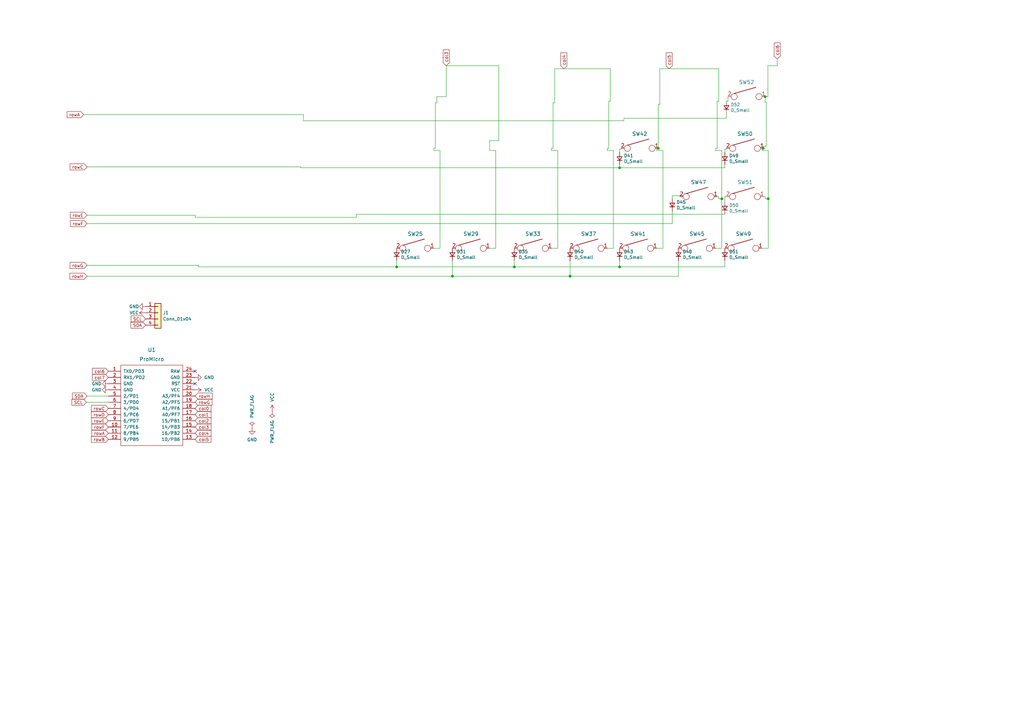
<source format=kicad_sch>
(kicad_sch (version 20230121) (generator eeschema)

  (uuid 6e95e507-f1eb-4f15-9c8c-351adc35a101)

  (paper "A3")

  (lib_symbols
    (symbol "Connector_Generic:Conn_01x04" (pin_names (offset 1.016) hide) (in_bom yes) (on_board yes)
      (property "Reference" "J" (at 0 5.08 0)
        (effects (font (size 1.27 1.27)))
      )
      (property "Value" "Conn_01x04" (at 0 -7.62 0)
        (effects (font (size 1.27 1.27)))
      )
      (property "Footprint" "" (at 0 0 0)
        (effects (font (size 1.27 1.27)) hide)
      )
      (property "Datasheet" "~" (at 0 0 0)
        (effects (font (size 1.27 1.27)) hide)
      )
      (property "ki_keywords" "connector" (at 0 0 0)
        (effects (font (size 1.27 1.27)) hide)
      )
      (property "ki_description" "Generic connector, single row, 01x04, script generated (kicad-library-utils/schlib/autogen/connector/)" (at 0 0 0)
        (effects (font (size 1.27 1.27)) hide)
      )
      (property "ki_fp_filters" "Connector*:*_1x??_*" (at 0 0 0)
        (effects (font (size 1.27 1.27)) hide)
      )
      (symbol "Conn_01x04_1_1"
        (rectangle (start -1.27 -4.953) (end 0 -5.207)
          (stroke (width 0.1524) (type default))
          (fill (type none))
        )
        (rectangle (start -1.27 -2.413) (end 0 -2.667)
          (stroke (width 0.1524) (type default))
          (fill (type none))
        )
        (rectangle (start -1.27 0.127) (end 0 -0.127)
          (stroke (width 0.1524) (type default))
          (fill (type none))
        )
        (rectangle (start -1.27 2.667) (end 0 2.413)
          (stroke (width 0.1524) (type default))
          (fill (type none))
        )
        (rectangle (start -1.27 3.81) (end 1.27 -6.35)
          (stroke (width 0.254) (type default))
          (fill (type background))
        )
        (pin passive line (at -5.08 2.54 0) (length 3.81)
          (name "Pin_1" (effects (font (size 1.27 1.27))))
          (number "1" (effects (font (size 1.27 1.27))))
        )
        (pin passive line (at -5.08 0 0) (length 3.81)
          (name "Pin_2" (effects (font (size 1.27 1.27))))
          (number "2" (effects (font (size 1.27 1.27))))
        )
        (pin passive line (at -5.08 -2.54 0) (length 3.81)
          (name "Pin_3" (effects (font (size 1.27 1.27))))
          (number "3" (effects (font (size 1.27 1.27))))
        )
        (pin passive line (at -5.08 -5.08 0) (length 3.81)
          (name "Pin_4" (effects (font (size 1.27 1.27))))
          (number "4" (effects (font (size 1.27 1.27))))
        )
      )
    )
    (symbol "Device:D_Small" (pin_numbers hide) (pin_names (offset 0.254) hide) (in_bom yes) (on_board yes)
      (property "Reference" "D" (at -1.27 2.032 0)
        (effects (font (size 1.27 1.27)) (justify left))
      )
      (property "Value" "D_Small" (at -3.81 -2.032 0)
        (effects (font (size 1.27 1.27)) (justify left))
      )
      (property "Footprint" "" (at 0 0 90)
        (effects (font (size 1.27 1.27)) hide)
      )
      (property "Datasheet" "~" (at 0 0 90)
        (effects (font (size 1.27 1.27)) hide)
      )
      (property "ki_keywords" "diode" (at 0 0 0)
        (effects (font (size 1.27 1.27)) hide)
      )
      (property "ki_description" "Diode, small symbol" (at 0 0 0)
        (effects (font (size 1.27 1.27)) hide)
      )
      (property "ki_fp_filters" "TO-???* *_Diode_* *SingleDiode* D_*" (at 0 0 0)
        (effects (font (size 1.27 1.27)) hide)
      )
      (symbol "D_Small_0_1"
        (polyline
          (pts
            (xy -0.762 -1.016)
            (xy -0.762 1.016)
          )
          (stroke (width 0.254) (type default))
          (fill (type none))
        )
        (polyline
          (pts
            (xy -0.762 0)
            (xy 0.762 0)
          )
          (stroke (width 0) (type default))
          (fill (type none))
        )
        (polyline
          (pts
            (xy 0.762 -1.016)
            (xy -0.762 0)
            (xy 0.762 1.016)
            (xy 0.762 -1.016)
          )
          (stroke (width 0.254) (type default))
          (fill (type none))
        )
      )
      (symbol "D_Small_1_1"
        (pin passive line (at -2.54 0 0) (length 1.778)
          (name "K" (effects (font (size 1.27 1.27))))
          (number "1" (effects (font (size 1.27 1.27))))
        )
        (pin passive line (at 2.54 0 180) (length 1.778)
          (name "A" (effects (font (size 1.27 1.27))))
          (number "2" (effects (font (size 1.27 1.27))))
        )
      )
    )
    (symbol "keebio:ProMicro" (pin_names (offset 1.016)) (in_bom yes) (on_board yes)
      (property "Reference" "U" (at 0 0 0)
        (effects (font (size 1.524 1.524)))
      )
      (property "Value" "ProMicro" (at 0 -19.05 0)
        (effects (font (size 1.524 1.524)))
      )
      (property "Footprint" "" (at 26.67 -63.5 90)
        (effects (font (size 1.524 1.524)) hide)
      )
      (property "Datasheet" "" (at 26.67 -63.5 90)
        (effects (font (size 1.524 1.524)) hide)
      )
      (symbol "ProMicro_0_1"
        (rectangle (start -12.7 -16.51) (end 12.7 16.51)
          (stroke (width 0) (type default))
          (fill (type none))
        )
      )
      (symbol "ProMicro_1_1"
        (pin input line (at -17.78 13.97 0) (length 5.08)
          (name "TX0/PD3" (effects (font (size 1.27 1.27))))
          (number "1" (effects (font (size 1.27 1.27))))
        )
        (pin input line (at -17.78 -8.89 0) (length 5.08)
          (name "7/PE6" (effects (font (size 1.27 1.27))))
          (number "10" (effects (font (size 1.27 1.27))))
        )
        (pin input line (at -17.78 -11.43 0) (length 5.08)
          (name "8/PB4" (effects (font (size 1.27 1.27))))
          (number "11" (effects (font (size 1.27 1.27))))
        )
        (pin input line (at -17.78 -13.97 0) (length 5.08)
          (name "9/PB5" (effects (font (size 1.27 1.27))))
          (number "12" (effects (font (size 1.27 1.27))))
        )
        (pin input line (at 17.78 -13.97 180) (length 5.08)
          (name "10/PB6" (effects (font (size 1.27 1.27))))
          (number "13" (effects (font (size 1.27 1.27))))
        )
        (pin input line (at 17.78 -11.43 180) (length 5.08)
          (name "16/PB2" (effects (font (size 1.27 1.27))))
          (number "14" (effects (font (size 1.27 1.27))))
        )
        (pin input line (at 17.78 -8.89 180) (length 5.08)
          (name "14/PB3" (effects (font (size 1.27 1.27))))
          (number "15" (effects (font (size 1.27 1.27))))
        )
        (pin input line (at 17.78 -6.35 180) (length 5.08)
          (name "15/PB1" (effects (font (size 1.27 1.27))))
          (number "16" (effects (font (size 1.27 1.27))))
        )
        (pin input line (at 17.78 -3.81 180) (length 5.08)
          (name "A0/PF7" (effects (font (size 1.27 1.27))))
          (number "17" (effects (font (size 1.27 1.27))))
        )
        (pin input line (at 17.78 -1.27 180) (length 5.08)
          (name "A1/PF6" (effects (font (size 1.27 1.27))))
          (number "18" (effects (font (size 1.27 1.27))))
        )
        (pin input line (at 17.78 1.27 180) (length 5.08)
          (name "A2/PF5" (effects (font (size 1.27 1.27))))
          (number "19" (effects (font (size 1.27 1.27))))
        )
        (pin input line (at -17.78 11.43 0) (length 5.08)
          (name "RX1/PD2" (effects (font (size 1.27 1.27))))
          (number "2" (effects (font (size 1.27 1.27))))
        )
        (pin input line (at 17.78 3.81 180) (length 5.08)
          (name "A3/PF4" (effects (font (size 1.27 1.27))))
          (number "20" (effects (font (size 1.27 1.27))))
        )
        (pin input line (at 17.78 6.35 180) (length 5.08)
          (name "VCC" (effects (font (size 1.27 1.27))))
          (number "21" (effects (font (size 1.27 1.27))))
        )
        (pin input line (at 17.78 8.89 180) (length 5.08)
          (name "RST" (effects (font (size 1.27 1.27))))
          (number "22" (effects (font (size 1.27 1.27))))
        )
        (pin input line (at 17.78 11.43 180) (length 5.08)
          (name "GND" (effects (font (size 1.27 1.27))))
          (number "23" (effects (font (size 1.27 1.27))))
        )
        (pin input line (at 17.78 13.97 180) (length 5.08)
          (name "RAW" (effects (font (size 1.27 1.27))))
          (number "24" (effects (font (size 1.27 1.27))))
        )
        (pin input line (at -17.78 8.89 0) (length 5.08)
          (name "GND" (effects (font (size 1.27 1.27))))
          (number "3" (effects (font (size 1.27 1.27))))
        )
        (pin input line (at -17.78 6.35 0) (length 5.08)
          (name "GND" (effects (font (size 1.27 1.27))))
          (number "4" (effects (font (size 1.27 1.27))))
        )
        (pin input line (at -17.78 3.81 0) (length 5.08)
          (name "2/PD1" (effects (font (size 1.27 1.27))))
          (number "5" (effects (font (size 1.27 1.27))))
        )
        (pin input line (at -17.78 1.27 0) (length 5.08)
          (name "3/PD0" (effects (font (size 1.27 1.27))))
          (number "6" (effects (font (size 1.27 1.27))))
        )
        (pin input line (at -17.78 -1.27 0) (length 5.08)
          (name "4/PD4" (effects (font (size 1.27 1.27))))
          (number "7" (effects (font (size 1.27 1.27))))
        )
        (pin input line (at -17.78 -3.81 0) (length 5.08)
          (name "5/PC6" (effects (font (size 1.27 1.27))))
          (number "8" (effects (font (size 1.27 1.27))))
        )
        (pin input line (at -17.78 -6.35 0) (length 5.08)
          (name "6/PD7" (effects (font (size 1.27 1.27))))
          (number "9" (effects (font (size 1.27 1.27))))
        )
      )
    )
    (symbol "keyboard_parts:KEYSW" (pin_names (offset 1.016)) (in_bom yes) (on_board yes)
      (property "Reference" "K?" (at -1.27 0 0)
        (effects (font (size 1.524 1.524)))
      )
      (property "Value" "KEYSW" (at 0 -2.54 0)
        (effects (font (size 1.524 1.524)) hide)
      )
      (property "Footprint" "" (at 0 0 0)
        (effects (font (size 1.524 1.524)))
      )
      (property "Datasheet" "" (at 0 0 0)
        (effects (font (size 1.524 1.524)))
      )
      (symbol "KEYSW_0_1"
        (circle (center -5.08 0) (radius 1.27)
          (stroke (width 0) (type default))
          (fill (type none))
        )
        (polyline
          (pts
            (xy -5.08 1.27)
            (xy 3.81 3.81)
          )
          (stroke (width 0.254) (type default))
          (fill (type none))
        )
        (circle (center 5.08 0) (radius 1.27)
          (stroke (width 0) (type default))
          (fill (type none))
        )
      )
      (symbol "KEYSW_1_1"
        (pin passive line (at 7.62 0 180) (length 1.27)
          (name "~" (effects (font (size 1.524 1.524))))
          (number "1" (effects (font (size 1.524 1.524))))
        )
        (pin passive line (at -7.62 0 0) (length 1.27)
          (name "~" (effects (font (size 1.524 1.524))))
          (number "2" (effects (font (size 1.524 1.524))))
        )
      )
    )
    (symbol "power:GND" (power) (pin_names (offset 0)) (in_bom yes) (on_board yes)
      (property "Reference" "#PWR" (at 0 -6.35 0)
        (effects (font (size 1.27 1.27)) hide)
      )
      (property "Value" "GND" (at 0 -3.81 0)
        (effects (font (size 1.27 1.27)))
      )
      (property "Footprint" "" (at 0 0 0)
        (effects (font (size 1.27 1.27)) hide)
      )
      (property "Datasheet" "" (at 0 0 0)
        (effects (font (size 1.27 1.27)) hide)
      )
      (property "ki_keywords" "power-flag" (at 0 0 0)
        (effects (font (size 1.27 1.27)) hide)
      )
      (property "ki_description" "Power symbol creates a global label with name \"GND\" , ground" (at 0 0 0)
        (effects (font (size 1.27 1.27)) hide)
      )
      (symbol "GND_0_1"
        (polyline
          (pts
            (xy 0 0)
            (xy 0 -1.27)
            (xy 1.27 -1.27)
            (xy 0 -2.54)
            (xy -1.27 -1.27)
            (xy 0 -1.27)
          )
          (stroke (width 0) (type default))
          (fill (type none))
        )
      )
      (symbol "GND_1_1"
        (pin power_in line (at 0 0 270) (length 0) hide
          (name "GND" (effects (font (size 1.27 1.27))))
          (number "1" (effects (font (size 1.27 1.27))))
        )
      )
    )
    (symbol "power:PWR_FLAG" (power) (pin_numbers hide) (pin_names (offset 0) hide) (in_bom yes) (on_board yes)
      (property "Reference" "#FLG" (at 0 1.905 0)
        (effects (font (size 1.27 1.27)) hide)
      )
      (property "Value" "PWR_FLAG" (at 0 3.81 0)
        (effects (font (size 1.27 1.27)))
      )
      (property "Footprint" "" (at 0 0 0)
        (effects (font (size 1.27 1.27)) hide)
      )
      (property "Datasheet" "~" (at 0 0 0)
        (effects (font (size 1.27 1.27)) hide)
      )
      (property "ki_keywords" "power-flag" (at 0 0 0)
        (effects (font (size 1.27 1.27)) hide)
      )
      (property "ki_description" "Special symbol for telling ERC where power comes from" (at 0 0 0)
        (effects (font (size 1.27 1.27)) hide)
      )
      (symbol "PWR_FLAG_0_0"
        (pin power_out line (at 0 0 90) (length 0)
          (name "pwr" (effects (font (size 1.27 1.27))))
          (number "1" (effects (font (size 1.27 1.27))))
        )
      )
      (symbol "PWR_FLAG_0_1"
        (polyline
          (pts
            (xy 0 0)
            (xy 0 1.27)
            (xy -1.016 1.905)
            (xy 0 2.54)
            (xy 1.016 1.905)
            (xy 0 1.27)
          )
          (stroke (width 0) (type default))
          (fill (type none))
        )
      )
    )
    (symbol "power:VCC" (power) (pin_names (offset 0)) (in_bom yes) (on_board yes)
      (property "Reference" "#PWR" (at 0 -3.81 0)
        (effects (font (size 1.27 1.27)) hide)
      )
      (property "Value" "VCC" (at 0 3.81 0)
        (effects (font (size 1.27 1.27)))
      )
      (property "Footprint" "" (at 0 0 0)
        (effects (font (size 1.27 1.27)) hide)
      )
      (property "Datasheet" "" (at 0 0 0)
        (effects (font (size 1.27 1.27)) hide)
      )
      (property "ki_keywords" "power-flag" (at 0 0 0)
        (effects (font (size 1.27 1.27)) hide)
      )
      (property "ki_description" "Power symbol creates a global label with name \"VCC\"" (at 0 0 0)
        (effects (font (size 1.27 1.27)) hide)
      )
      (symbol "VCC_0_1"
        (polyline
          (pts
            (xy -0.762 1.27)
            (xy 0 2.54)
          )
          (stroke (width 0) (type default))
          (fill (type none))
        )
        (polyline
          (pts
            (xy 0 0)
            (xy 0 2.54)
          )
          (stroke (width 0) (type default))
          (fill (type none))
        )
        (polyline
          (pts
            (xy 0 2.54)
            (xy 0.762 1.27)
          )
          (stroke (width 0) (type default))
          (fill (type none))
        )
      )
      (symbol "VCC_1_1"
        (pin power_in line (at 0 0 90) (length 0) hide
          (name "VCC" (effects (font (size 1.27 1.27))))
          (number "1" (effects (font (size 1.27 1.27))))
        )
      )
    )
  )

  (junction (at 210.947 109.474) (diameter 0) (color 0 0 0 0)
    (uuid 1a0becaa-7551-4b2b-85e4-282ebf8144bf)
  )
  (junction (at 254.127 68.834) (diameter 0) (color 0 0 0 0)
    (uuid 21fdbb3a-c389-47f8-8e64-8d0cb13a82bc)
  )
  (junction (at 313.055 60.833) (diameter 0) (color 0 0 0 0)
    (uuid 228b82cf-989e-4e8c-b1ae-dda57a41e3a6)
  )
  (junction (at 313.817 39.624) (diameter 0) (color 0 0 0 0)
    (uuid 248c9cf9-0f02-4b3d-bde5-23e6110562b9)
  )
  (junction (at 270.002 60.833) (diameter 0) (color 0 0 0 0)
    (uuid 392375ef-bcbf-4065-ad66-e54f691d81a6)
  )
  (junction (at 296.037 81.534) (diameter 0) (color 0 0 0 0)
    (uuid 3b3baa36-ce24-45c4-b462-ee7ef34de22f)
  )
  (junction (at 233.807 113.284) (diameter 0) (color 0 0 0 0)
    (uuid 43081e13-b365-41ca-9398-00252a07f590)
  )
  (junction (at 185.547 113.284) (diameter 0) (color 0 0 0 0)
    (uuid 52448d67-fd4f-4959-8dc1-de5d3021cdb4)
  )
  (junction (at 162.687 109.474) (diameter 0) (color 0 0 0 0)
    (uuid d6438610-ca91-4e6f-9a39-6896dfff7436)
  )
  (junction (at 315.087 81.534) (diameter 0) (color 0 0 0 0)
    (uuid e7147982-144c-4bd2-8715-98ebecea7688)
  )
  (junction (at 254.127 109.474) (diameter 0) (color 0 0 0 0)
    (uuid f4eab1bb-988d-4624-8bbf-776bb930f38d)
  )

  (no_connect (at 80.01 152.273) (uuid 57ff1f19-1843-4595-be79-90356973ebe3))
  (no_connect (at 80.01 157.353) (uuid d7fa523f-71f5-4bb7-862e-933803564a39))

  (wire (pts (xy 314.96 39.624) (xy 313.817 39.624))
    (stroke (width 0) (type default))
    (uuid 01c877fc-3572-4061-9881-76930c06df47)
  )
  (wire (pts (xy 270.637 28.194) (xy 294.767 28.194))
    (stroke (width 0) (type default))
    (uuid 04de53a7-0cd2-46a4-bb27-ddd4c4cc1cc5)
  )
  (wire (pts (xy 297.307 61.214) (xy 297.942 61.214))
    (stroke (width 0) (type default))
    (uuid 0d57d6bb-0b2f-4c98-9538-fad785dfb698)
  )
  (wire (pts (xy 254.127 109.474) (xy 297.307 109.474))
    (stroke (width 0) (type default))
    (uuid 0d92bde4-a434-4d00-85ee-005e7ca9e2ed)
  )
  (wire (pts (xy 294.132 41.529) (xy 294.132 60.833))
    (stroke (width 0) (type default))
    (uuid 0e0b1090-c619-4fd1-a22e-261046d890d7)
  )
  (wire (pts (xy 210.947 109.474) (xy 210.947 106.934))
    (stroke (width 0) (type default))
    (uuid 0e7494f7-d2ee-4ef1-9e9a-f621bf48c998)
  )
  (wire (pts (xy 162.687 109.474) (xy 162.687 106.934))
    (stroke (width 0) (type default))
    (uuid 1810d762-9655-4ee7-a941-2995b33ee2bc)
  )
  (wire (pts (xy 297.307 80.645) (xy 297.307 82.804))
    (stroke (width 0) (type default))
    (uuid 18853b62-8aa8-47cd-8aa8-b4ed87c46225)
  )
  (wire (pts (xy 313.817 81.534) (xy 313.817 80.645))
    (stroke (width 0) (type default))
    (uuid 1af600ca-5508-4e9b-aef5-f3e3ccf8c1e6)
  )
  (wire (pts (xy 204.597 26.924) (xy 204.597 57.658))
    (stroke (width 0) (type default))
    (uuid 1b726735-047c-49ed-8988-01242abafec7)
  )
  (wire (pts (xy 251.587 61.722) (xy 251.587 101.854))
    (stroke (width 0) (type default))
    (uuid 1d0fb07a-9725-4892-9baf-5b014e0cccee)
  )
  (wire (pts (xy 204.597 57.658) (xy 200.787 57.658))
    (stroke (width 0) (type default))
    (uuid 1eb74699-3ad6-4450-80b8-206c7703f6ff)
  )
  (wire (pts (xy 34.29 46.99) (xy 124.46 46.99))
    (stroke (width 0) (type default))
    (uuid 1f16d7ef-590a-4a62-8a18-3bf871455280)
  )
  (wire (pts (xy 35.687 162.433) (xy 44.45 162.433))
    (stroke (width 0) (type default))
    (uuid 257d77c9-2ae6-4bab-9809-c75ba5fbbaa6)
  )
  (wire (pts (xy 313.817 39.624) (xy 313.817 41.91))
    (stroke (width 0) (type default))
    (uuid 25ecf24b-f34e-43c2-8524-2f7e0f239e11)
  )
  (wire (pts (xy 250.317 28.194) (xy 250.317 41.529))
    (stroke (width 0) (type default))
    (uuid 26d355b0-988e-4a4b-a948-4be046cbe83e)
  )
  (wire (pts (xy 249.047 61.722) (xy 249.047 60.833))
    (stroke (width 0) (type default))
    (uuid 2891fa7e-1f10-42f9-984f-44b2f16b8990)
  )
  (wire (pts (xy 203.327 61.722) (xy 203.327 101.854))
    (stroke (width 0) (type default))
    (uuid 2c34c4e9-0de2-41c1-9b64-4e7e166dbc47)
  )
  (wire (pts (xy 35.687 108.839) (xy 81.407 108.839))
    (stroke (width 0) (type default))
    (uuid 2df147db-8137-43fd-a7e9-24146cbb747e)
  )
  (wire (pts (xy 146.177 87.884) (xy 297.307 87.884))
    (stroke (width 0) (type default))
    (uuid 2f9b6067-342b-45e1-aa83-dd4c33cd06b7)
  )
  (wire (pts (xy 250.317 41.529) (xy 249.682 41.529))
    (stroke (width 0) (type default))
    (uuid 32706423-5fd0-431b-bd8f-added6b853b3)
  )
  (wire (pts (xy 297.307 106.934) (xy 297.307 109.474))
    (stroke (width 0) (type default))
    (uuid 3413fe6d-e68f-43f7-91ce-79e9d2c4279a)
  )
  (wire (pts (xy 294.767 81.534) (xy 294.767 80.645))
    (stroke (width 0) (type default))
    (uuid 34f6ce21-c88d-4243-810e-7e227268a0aa)
  )
  (wire (pts (xy 313.055 60.833) (xy 313.182 60.833))
    (stroke (width 0) (type default))
    (uuid 3627ce69-c629-47da-bd6b-77be48a58149)
  )
  (wire (pts (xy 185.547 106.934) (xy 185.547 113.284))
    (stroke (width 0) (type default))
    (uuid 38464707-7ae4-43ef-88f9-fb04e53fc1bd)
  )
  (wire (pts (xy 314.96 26.924) (xy 318.77 26.924))
    (stroke (width 0) (type default))
    (uuid 3e6faecd-2a8b-4121-b985-b955ef4fb727)
  )
  (wire (pts (xy 294.767 80.645) (xy 294.132 80.645))
    (stroke (width 0) (type default))
    (uuid 3f14660d-bd00-4f87-b25f-4f43559cf6d4)
  )
  (wire (pts (xy 296.037 81.534) (xy 294.767 81.534))
    (stroke (width 0) (type default))
    (uuid 3fd32b97-70fc-4710-bec3-fc39b39bcf69)
  )
  (wire (pts (xy 228.727 61.722) (xy 228.727 101.854))
    (stroke (width 0) (type default))
    (uuid 43a65c0f-6ba8-4a9b-b455-6f79e15f7a08)
  )
  (wire (pts (xy 249.047 101.854) (xy 251.587 101.854))
    (stroke (width 0) (type default))
    (uuid 44e1c458-08c3-42b7-b17a-086eb15a58d4)
  )
  (wire (pts (xy 314.96 26.924) (xy 314.96 39.624))
    (stroke (width 0) (type default))
    (uuid 459e5211-82cf-4840-9873-f664b2e53f67)
  )
  (wire (pts (xy 226.187 60.833) (xy 226.822 60.833))
    (stroke (width 0) (type default))
    (uuid 45c606b7-e8b0-4960-81a6-8ec997dcab29)
  )
  (wire (pts (xy 293.497 61.722) (xy 293.497 60.833))
    (stroke (width 0) (type default))
    (uuid 4974ca9b-9b76-4473-b4b3-83627f58ab07)
  )
  (wire (pts (xy 180.467 61.722) (xy 177.927 61.722))
    (stroke (width 0) (type default))
    (uuid 4979bf20-c7ca-4c85-9f3b-3d0e12bdfd84)
  )
  (wire (pts (xy 315.087 81.534) (xy 313.817 81.534))
    (stroke (width 0) (type default))
    (uuid 49b3ee1b-3f55-4fd3-a581-d84d2c312a24)
  )
  (wire (pts (xy 80.137 89.154) (xy 146.177 89.154))
    (stroke (width 0) (type default))
    (uuid 4a728e6e-1d09-479b-a175-eff2e8b31dd8)
  )
  (wire (pts (xy 313.817 41.91) (xy 314.325 41.91))
    (stroke (width 0) (type default))
    (uuid 4f235926-fd50-41dd-8fbf-be5f7b0acc2b)
  )
  (wire (pts (xy 315.087 61.722) (xy 315.087 81.534))
    (stroke (width 0) (type default))
    (uuid 5025a68a-cdba-4d0d-a1ff-1a5d415a34d3)
  )
  (wire (pts (xy 178.562 42.164) (xy 178.562 60.833))
    (stroke (width 0) (type default))
    (uuid 51c84d28-e62f-44cf-8509-905b634c1011)
  )
  (wire (pts (xy 315.087 101.854) (xy 315.087 81.534))
    (stroke (width 0) (type default))
    (uuid 52e395bb-16ed-4758-b283-07814eb71454)
  )
  (wire (pts (xy 271.907 61.722) (xy 271.907 101.854))
    (stroke (width 0) (type default))
    (uuid 57220f5a-875a-482a-a9ad-b210ce31d08f)
  )
  (wire (pts (xy 226.822 42.164) (xy 226.822 60.833))
    (stroke (width 0) (type default))
    (uuid 578847a4-5aff-48fe-b836-c72adcc63064)
  )
  (wire (pts (xy 271.907 61.722) (xy 269.367 61.722))
    (stroke (width 0) (type default))
    (uuid 57c8559e-8c08-4465-b187-f1bf85b471aa)
  )
  (wire (pts (xy 80.137 89.154) (xy 80.137 88.265))
    (stroke (width 0) (type default))
    (uuid 595e2a50-0dc8-4c4e-aae9-16731c2ec612)
  )
  (wire (pts (xy 293.497 60.833) (xy 294.132 60.833))
    (stroke (width 0) (type default))
    (uuid 5a905039-8cf1-4835-935f-8b2c52e6d5b2)
  )
  (wire (pts (xy 254.127 61.214) (xy 254.127 62.484))
    (stroke (width 0) (type default))
    (uuid 5b9f1407-7f0c-4d49-a25b-dc3301447117)
  )
  (wire (pts (xy 275.717 91.694) (xy 275.717 86.614))
    (stroke (width 0) (type default))
    (uuid 5d8adf77-11c4-48ed-bc6f-ce03de49fd5f)
  )
  (wire (pts (xy 179.197 39.624) (xy 179.197 42.164))
    (stroke (width 0) (type default))
    (uuid 5ece10a2-27d0-4549-896b-99a3d846fac7)
  )
  (wire (pts (xy 35.687 88.265) (xy 80.137 88.265))
    (stroke (width 0) (type default))
    (uuid 605594aa-dcb5-46ec-8d1a-e1adbc8a8a74)
  )
  (wire (pts (xy 227.457 42.164) (xy 226.822 42.164))
    (stroke (width 0) (type default))
    (uuid 6290c938-b53d-49e6-a750-bbfdbcbc6105)
  )
  (wire (pts (xy 296.037 61.722) (xy 293.497 61.722))
    (stroke (width 0) (type default))
    (uuid 63bef206-9a8e-40e1-a0df-927c95222e33)
  )
  (wire (pts (xy 270.002 42.799) (xy 270.002 60.833))
    (stroke (width 0) (type default))
    (uuid 6522a9c3-ea44-4d83-b060-0c49bf02a1ad)
  )
  (wire (pts (xy 275.717 80.264) (xy 278.892 80.264))
    (stroke (width 0) (type default))
    (uuid 65bbf2fc-9334-4c8c-af1a-3bd9c0f8e7b6)
  )
  (wire (pts (xy 297.307 61.214) (xy 297.307 62.484))
    (stroke (width 0) (type default))
    (uuid 66f11b4e-27d9-4e6f-ae77-88974c939078)
  )
  (wire (pts (xy 81.407 109.474) (xy 81.407 108.839))
    (stroke (width 0) (type default))
    (uuid 68cf3641-5ee2-48a2-8f30-2ec2bb0df1d2)
  )
  (wire (pts (xy 297.942 48.514) (xy 297.942 46.609))
    (stroke (width 0) (type default))
    (uuid 6bbcde14-2963-4c71-a6c1-1cba9969a30b)
  )
  (wire (pts (xy 123.317 68.453) (xy 123.317 68.834))
    (stroke (width 0) (type default))
    (uuid 71ee3bfb-a33c-4257-b8e2-cddc87fe7b7b)
  )
  (wire (pts (xy 35.433 164.973) (xy 44.45 164.973))
    (stroke (width 0) (type default))
    (uuid 7243aa16-8a87-48c6-8b9a-1283a5069e80)
  )
  (wire (pts (xy 298.577 39.624) (xy 298.577 41.529))
    (stroke (width 0) (type default))
    (uuid 76438557-c5d0-4c63-ad23-99fa9a9c2bf2)
  )
  (wire (pts (xy 294.767 41.529) (xy 294.132 41.529))
    (stroke (width 0) (type default))
    (uuid 79a34d4b-c51b-43c2-9df2-1a4637fc4514)
  )
  (wire (pts (xy 228.727 61.722) (xy 226.187 61.722))
    (stroke (width 0) (type default))
    (uuid 7de8a839-4b9a-4e68-bda8-a4d14ed1d5d7)
  )
  (wire (pts (xy 297.307 68.834) (xy 297.307 67.564))
    (stroke (width 0) (type default))
    (uuid 7e9a725f-b455-4833-a545-d2cb8eb5c1b7)
  )
  (wire (pts (xy 297.307 80.645) (xy 297.942 80.645))
    (stroke (width 0) (type default))
    (uuid 7ef631c8-08b5-4603-abb1-54041356a116)
  )
  (wire (pts (xy 254.762 61.214) (xy 254.762 60.833))
    (stroke (width 0) (type default))
    (uuid 7efe5b40-f5bb-4ee1-b11f-db327516f089)
  )
  (wire (pts (xy 269.367 61.722) (xy 269.367 60.833))
    (stroke (width 0) (type default))
    (uuid 82b647de-a45f-45e0-b7b8-31743cf435d1)
  )
  (wire (pts (xy 254.127 109.474) (xy 254.127 106.934))
    (stroke (width 0) (type default))
    (uuid 848f6a5a-6392-4e4a-a6a5-37497e515cea)
  )
  (wire (pts (xy 35.687 91.694) (xy 275.717 91.694))
    (stroke (width 0) (type default))
    (uuid 851ea7bc-d9b1-4f50-b4b3-8d1733b3992b)
  )
  (wire (pts (xy 251.587 61.722) (xy 249.047 61.722))
    (stroke (width 0) (type default))
    (uuid 89b6c091-3f4d-4e8e-9f24-e603b8e50050)
  )
  (wire (pts (xy 200.787 101.854) (xy 203.327 101.854))
    (stroke (width 0) (type default))
    (uuid 8bc9b3b2-39be-467b-a9f2-c933643f2906)
  )
  (wire (pts (xy 179.197 42.164) (xy 178.562 42.164))
    (stroke (width 0) (type default))
    (uuid 91e87f0a-8f63-4ece-be0a-f769afd2d3b4)
  )
  (wire (pts (xy 314.325 41.91) (xy 314.325 59.944))
    (stroke (width 0) (type default))
    (uuid 92007b6f-8b2a-4db7-abb2-86f9e092c105)
  )
  (wire (pts (xy 254.127 68.834) (xy 254.127 67.564))
    (stroke (width 0) (type default))
    (uuid 92aadc65-7a4b-47c0-92ce-553790912b5b)
  )
  (wire (pts (xy 270.637 42.799) (xy 270.002 42.799))
    (stroke (width 0) (type default))
    (uuid 94c25030-a444-43d1-8442-27524aca1424)
  )
  (wire (pts (xy 177.927 61.722) (xy 177.927 60.833))
    (stroke (width 0) (type default))
    (uuid 9702796e-2051-41ed-b6c5-8f61f9f9c032)
  )
  (wire (pts (xy 185.547 113.284) (xy 233.807 113.284))
    (stroke (width 0) (type default))
    (uuid 9a438cb0-f88e-49b7-b72c-6aeac33774fd)
  )
  (wire (pts (xy 177.927 60.833) (xy 178.562 60.833))
    (stroke (width 0) (type default))
    (uuid 9a5644a1-770c-470c-87d2-e7c7b5bc4225)
  )
  (wire (pts (xy 35.687 68.453) (xy 123.317 68.453))
    (stroke (width 0) (type default))
    (uuid 9d1485f8-2572-4398-96f3-97f5b0a309e8)
  )
  (wire (pts (xy 233.807 113.284) (xy 278.257 113.284))
    (stroke (width 0) (type default))
    (uuid 9f8d89ab-3012-45b3-96aa-9772aed3d042)
  )
  (wire (pts (xy 183.007 26.924) (xy 204.597 26.924))
    (stroke (width 0) (type default))
    (uuid a2c92f29-c536-4c90-8435-531834e9f454)
  )
  (wire (pts (xy 296.037 101.854) (xy 296.037 81.534))
    (stroke (width 0) (type default))
    (uuid a5bc61fd-f489-44f3-96d3-d53938a66dbe)
  )
  (wire (pts (xy 312.547 101.854) (xy 315.087 101.854))
    (stroke (width 0) (type default))
    (uuid a7a5a702-3d89-4083-a5b1-dd9e7336a17b)
  )
  (wire (pts (xy 270.637 28.194) (xy 270.637 42.799))
    (stroke (width 0) (type default))
    (uuid a88617ce-7e17-42c9-8c86-50789e3941d7)
  )
  (wire (pts (xy 254.127 61.214) (xy 254.762 61.214))
    (stroke (width 0) (type default))
    (uuid aaca1555-ffe2-4b08-a24f-1b6b237ef2f4)
  )
  (wire (pts (xy 312.547 60.833) (xy 313.055 60.833))
    (stroke (width 0) (type default))
    (uuid aaf6a8bb-62c5-43dd-a544-3910984f9829)
  )
  (wire (pts (xy 297.942 61.214) (xy 297.942 60.833))
    (stroke (width 0) (type default))
    (uuid aecd7e77-24de-4543-a29d-4b4539ad9edc)
  )
  (wire (pts (xy 124.46 49.53) (xy 255.905 49.53))
    (stroke (width 0) (type default))
    (uuid b0c25888-58f5-4faa-a3ea-f6345282a11a)
  )
  (wire (pts (xy 318.77 26.924) (xy 318.77 24.13))
    (stroke (width 0) (type default))
    (uuid b4a82e90-c4b9-48bb-ad73-ee0d6b14e562)
  )
  (wire (pts (xy 180.467 61.722) (xy 180.467 101.854))
    (stroke (width 0) (type default))
    (uuid bb02eac8-a635-49b0-8a06-80915ba8ae0a)
  )
  (wire (pts (xy 226.187 61.722) (xy 226.187 60.833))
    (stroke (width 0) (type default))
    (uuid bea85779-9fed-4b78-bc76-af7c14067932)
  )
  (wire (pts (xy 313.817 80.645) (xy 313.182 80.645))
    (stroke (width 0) (type default))
    (uuid bf05d8da-8e01-4ad3-9994-3446d6e29ff7)
  )
  (wire (pts (xy 124.46 46.99) (xy 124.46 49.53))
    (stroke (width 0) (type default))
    (uuid c2402c9e-a13a-42ae-83b3-10b198b0cbc6)
  )
  (wire (pts (xy 200.787 57.658) (xy 200.787 61.722))
    (stroke (width 0) (type default))
    (uuid c323662d-75f8-48b5-b24d-5c59d2df4395)
  )
  (wire (pts (xy 269.367 60.833) (xy 270.002 60.833))
    (stroke (width 0) (type default))
    (uuid c6932098-eb3d-4903-b9ab-b2423ecda669)
  )
  (wire (pts (xy 162.687 109.474) (xy 210.947 109.474))
    (stroke (width 0) (type default))
    (uuid c7b9d2bf-89c9-4822-a54f-819c45fbef65)
  )
  (wire (pts (xy 255.905 48.514) (xy 297.942 48.514))
    (stroke (width 0) (type default))
    (uuid c97e8781-aa4e-40cc-80a8-886e891201aa)
  )
  (wire (pts (xy 227.457 28.194) (xy 227.457 42.164))
    (stroke (width 0) (type default))
    (uuid caaf24cf-75a3-43d6-b018-9a4719366b8a)
  )
  (wire (pts (xy 278.892 80.264) (xy 278.892 80.645))
    (stroke (width 0) (type default))
    (uuid cbd9548e-6c4a-40fc-9bb5-96293ff2b78f)
  )
  (wire (pts (xy 146.177 89.154) (xy 146.177 87.884))
    (stroke (width 0) (type default))
    (uuid cc2f82be-cfd4-4712-94d1-27ef573927e1)
  )
  (wire (pts (xy 312.547 61.722) (xy 312.547 60.833))
    (stroke (width 0) (type default))
    (uuid cc755733-6c5d-4de4-b9e0-fe794c170a04)
  )
  (wire (pts (xy 298.577 41.529) (xy 297.942 41.529))
    (stroke (width 0) (type default))
    (uuid cca699c9-ced8-48aa-b02c-836ac8de7f4d)
  )
  (wire (pts (xy 203.327 61.722) (xy 200.787 61.722))
    (stroke (width 0) (type default))
    (uuid cd40d6dd-ed0f-43ed-ab2c-4c317fde164d)
  )
  (wire (pts (xy 254.127 68.834) (xy 297.307 68.834))
    (stroke (width 0) (type default))
    (uuid cda34e7f-becf-4606-906b-b9ed5e4f5dc1)
  )
  (wire (pts (xy 269.367 101.854) (xy 271.907 101.854))
    (stroke (width 0) (type default))
    (uuid d1aa43b5-4c2a-45c9-ac14-3d96bd0ed6a7)
  )
  (wire (pts (xy 278.257 106.934) (xy 278.257 113.284))
    (stroke (width 0) (type default))
    (uuid d225ef5d-a768-4b7c-acb5-1d0ebf7090a6)
  )
  (wire (pts (xy 296.037 61.722) (xy 296.037 81.534))
    (stroke (width 0) (type default))
    (uuid d426896b-950d-405f-8f9c-f38a2a698605)
  )
  (wire (pts (xy 233.807 106.934) (xy 233.807 113.284))
    (stroke (width 0) (type default))
    (uuid d4b58f31-010f-4879-be1f-8e08095fdf3e)
  )
  (wire (pts (xy 177.927 101.854) (xy 180.467 101.854))
    (stroke (width 0) (type default))
    (uuid d51f3f2d-ad5f-4656-b12e-3bfa63b746f6)
  )
  (wire (pts (xy 183.007 26.924) (xy 183.007 39.624))
    (stroke (width 0) (type default))
    (uuid dbcb657c-aa66-4ef4-a958-624fb5389201)
  )
  (wire (pts (xy 315.087 61.722) (xy 312.547 61.722))
    (stroke (width 0) (type default))
    (uuid de3c57b9-32f3-4a2e-b73e-afe6c911843b)
  )
  (wire (pts (xy 81.407 109.474) (xy 162.687 109.474))
    (stroke (width 0) (type default))
    (uuid df51c2a5-c218-4575-a500-0568c6f82edf)
  )
  (wire (pts (xy 255.905 49.53) (xy 255.905 48.514))
    (stroke (width 0) (type default))
    (uuid e147ab37-14c8-4f0b-af85-9e9af153fd94)
  )
  (wire (pts (xy 314.325 59.944) (xy 313.055 59.944))
    (stroke (width 0) (type default))
    (uuid e3f5a9c5-b584-49ec-bf43-0aa488e75865)
  )
  (wire (pts (xy 249.682 41.529) (xy 249.682 60.833))
    (stroke (width 0) (type default))
    (uuid e427409e-da4f-4c00-a69b-2d854eaab2e8)
  )
  (wire (pts (xy 313.055 59.944) (xy 313.055 60.833))
    (stroke (width 0) (type default))
    (uuid e64e22af-301c-404d-894c-56f44926a013)
  )
  (wire (pts (xy 123.317 68.834) (xy 254.127 68.834))
    (stroke (width 0) (type default))
    (uuid e7318026-ac25-4d8c-b243-0eea1cbd602b)
  )
  (wire (pts (xy 183.007 39.624) (xy 179.197 39.624))
    (stroke (width 0) (type default))
    (uuid e7bb01a3-7615-47ee-9f34-5bc4cb1c1456)
  )
  (wire (pts (xy 275.717 80.264) (xy 275.717 81.534))
    (stroke (width 0) (type default))
    (uuid ec48f95d-8930-4a2b-88e4-be9a87262a07)
  )
  (wire (pts (xy 293.497 101.854) (xy 296.037 101.854))
    (stroke (width 0) (type default))
    (uuid f18c6b5f-063d-43ad-82b9-ea4376364141)
  )
  (wire (pts (xy 294.767 28.194) (xy 294.767 41.529))
    (stroke (width 0) (type default))
    (uuid f24d23f7-ad84-4045-ac51-611784ff5b5a)
  )
  (wire (pts (xy 226.187 101.854) (xy 228.727 101.854))
    (stroke (width 0) (type default))
    (uuid f2a90002-9259-4312-b6b2-93a0ab3bb37a)
  )
  (wire (pts (xy 227.457 28.194) (xy 250.317 28.194))
    (stroke (width 0) (type default))
    (uuid f5b74a1a-0ce3-426b-be08-d77d46b74dc1)
  )
  (wire (pts (xy 249.047 60.833) (xy 249.682 60.833))
    (stroke (width 0) (type default))
    (uuid f6b10821-f684-4281-9b83-a7042976503c)
  )
  (wire (pts (xy 210.947 109.474) (xy 254.127 109.474))
    (stroke (width 0) (type default))
    (uuid f7d5303f-41dc-4526-8807-5509b1d96c5d)
  )
  (wire (pts (xy 35.687 113.284) (xy 185.547 113.284))
    (stroke (width 0) (type default))
    (uuid fcdeeba6-933c-4504-a7b0-71769ddbdacd)
  )

  (global_label "col3" (shape input) (at 80.01 175.133 0) (fields_autoplaced)
    (effects (font (size 1.27 1.27)) (justify left))
    (uuid 105d716b-1bc8-441d-b7a1-7cee419778b1)
    (property "Intersheetrefs" "${INTERSHEET_REFS}" (at 86.5355 175.0536 0)
      (effects (font (size 1.27 1.27)) (justify left) hide)
    )
  )
  (global_label "rowD" (shape input) (at 44.45 170.053 180) (fields_autoplaced)
    (effects (font (size 1.27 1.27)) (justify right))
    (uuid 1665acdd-da4c-41d3-9560-6e4c111b1003)
    (property "Intersheetrefs" "${INTERSHEET_REFS}" (at 37.5012 169.9736 0)
      (effects (font (size 1.27 1.27)) (justify right) hide)
    )
  )
  (global_label "SDA" (shape input) (at 35.687 162.433 180) (fields_autoplaced)
    (effects (font (size 1.27 1.27)) (justify right))
    (uuid 16b2aa76-c674-404b-a233-1ad75c8b3aab)
    (property "Intersheetrefs" "${INTERSHEET_REFS}" (at 29.7058 162.3536 0)
      (effects (font (size 1.27 1.27)) (justify right) hide)
    )
  )
  (global_label "col4" (shape input) (at 231.267 28.194 90) (fields_autoplaced)
    (effects (font (size 1.27 1.27)) (justify left))
    (uuid 180a50f7-a539-4703-a479-44acb7bf236e)
    (property "Intersheetrefs" "${INTERSHEET_REFS}" (at 231.267 21.1759 90)
      (effects (font (size 1.27 1.27)) (justify left) hide)
    )
  )
  (global_label "rowE" (shape input) (at 44.45 172.593 180) (fields_autoplaced)
    (effects (font (size 1.27 1.27)) (justify right))
    (uuid 18ab06c0-9054-4ec6-813f-bc4622161733)
    (property "Intersheetrefs" "${INTERSHEET_REFS}" (at 37.6221 172.5136 0)
      (effects (font (size 1.27 1.27)) (justify right) hide)
    )
  )
  (global_label "rowH" (shape input) (at 80.01 162.433 0) (fields_autoplaced)
    (effects (font (size 1.27 1.27)) (justify left))
    (uuid 224b41e6-e9c0-45f7-94be-ee2fe641061a)
    (property "Intersheetrefs" "${INTERSHEET_REFS}" (at 87.0193 162.5124 0)
      (effects (font (size 1.27 1.27)) (justify left) hide)
    )
  )
  (global_label "col4" (shape input) (at 80.01 177.673 0) (fields_autoplaced)
    (effects (font (size 1.27 1.27)) (justify left))
    (uuid 23e56b55-8a1a-41e8-9359-5377980ecea0)
    (property "Intersheetrefs" "${INTERSHEET_REFS}" (at 87.0281 177.673 0)
      (effects (font (size 1.27 1.27)) (justify left) hide)
    )
  )
  (global_label "col2" (shape input) (at 80.01 172.593 0) (fields_autoplaced)
    (effects (font (size 1.27 1.27)) (justify left))
    (uuid 24558d58-4dca-4fcf-9e95-74eb120d30c1)
    (property "Intersheetrefs" "${INTERSHEET_REFS}" (at 86.5355 172.5136 0)
      (effects (font (size 1.27 1.27)) (justify left) hide)
    )
  )
  (global_label "col0" (shape input) (at 80.01 167.513 0) (fields_autoplaced)
    (effects (font (size 1.27 1.27)) (justify left))
    (uuid 2f7ddde7-1fb4-43bb-93a8-a6ab7d2104ec)
    (property "Intersheetrefs" "${INTERSHEET_REFS}" (at 101.6 129.413 0)
      (effects (font (size 1.27 1.27)) hide)
    )
  )
  (global_label "rowB" (shape input) (at 44.45 180.213 180) (fields_autoplaced)
    (effects (font (size 1.27 1.27)) (justify right))
    (uuid 33271a9c-25f8-48ba-88e7-df4e9e0380ae)
    (property "Intersheetrefs" "${INTERSHEET_REFS}" (at 37.5012 180.1336 0)
      (effects (font (size 1.27 1.27)) (justify right) hide)
    )
  )
  (global_label "rowF" (shape input) (at 35.687 91.694 180) (fields_autoplaced)
    (effects (font (size 1.27 1.27)) (justify right))
    (uuid 34645660-e3cf-431f-beab-115f9656b067)
    (property "Intersheetrefs" "${INTERSHEET_REFS}" (at 28.9196 91.6146 0)
      (effects (font (size 1.27 1.27)) (justify right) hide)
    )
  )
  (global_label "rowC" (shape input) (at 44.45 167.513 180) (fields_autoplaced)
    (effects (font (size 1.27 1.27)) (justify right))
    (uuid 3f5a7f77-1985-4a9a-8b71-18691abf2a2f)
    (property "Intersheetrefs" "${INTERSHEET_REFS}" (at 37.5012 167.4336 0)
      (effects (font (size 1.27 1.27)) (justify right) hide)
    )
  )
  (global_label "SCL" (shape input) (at 35.433 164.973 180) (fields_autoplaced)
    (effects (font (size 1.27 1.27)) (justify right))
    (uuid 45ad955e-7ee1-4411-a7e7-51bf5bc89b26)
    (property "Intersheetrefs" "${INTERSHEET_REFS}" (at 29.5123 164.8936 0)
      (effects (font (size 1.27 1.27)) (justify right) hide)
    )
  )
  (global_label "col6" (shape input) (at 318.77 24.13 90) (fields_autoplaced)
    (effects (font (size 1.27 1.27)) (justify left))
    (uuid 5cd1967c-5d47-49cf-beb4-0423192266a4)
    (property "Intersheetrefs" "${INTERSHEET_REFS}" (at 318.77 17.1119 90)
      (effects (font (size 1.27 1.27)) (justify left) hide)
    )
  )
  (global_label "rowC" (shape input) (at 35.687 68.453 180) (fields_autoplaced)
    (effects (font (size 1.27 1.27)) (justify right))
    (uuid 7db78c8c-fd62-4541-984e-d5040f64b547)
    (property "Intersheetrefs" "${INTERSHEET_REFS}" (at 28.7382 68.3736 0)
      (effects (font (size 1.27 1.27)) (justify right) hide)
    )
  )
  (global_label "rowA" (shape input) (at 44.45 177.673 180) (fields_autoplaced)
    (effects (font (size 1.27 1.27)) (justify right))
    (uuid 7ffe7f8c-2288-4233-8d5a-cec6421c30a5)
    (property "Intersheetrefs" "${INTERSHEET_REFS}" (at 37.6826 177.5936 0)
      (effects (font (size 1.27 1.27)) (justify right) hide)
    )
  )
  (global_label "col3" (shape input) (at 183.007 26.924 90) (fields_autoplaced)
    (effects (font (size 1.27 1.27)) (justify left))
    (uuid 83480858-36d0-4515-9ce0-15949f7d3d14)
    (property "Intersheetrefs" "${INTERSHEET_REFS}" (at 182.9276 19.0015 90)
      (effects (font (size 1.27 1.27)) (justify left) hide)
    )
  )
  (global_label "col5" (shape input) (at 274.447 28.194 90) (fields_autoplaced)
    (effects (font (size 1.27 1.27)) (justify left))
    (uuid 8ffb5840-b468-4ccc-873c-bac20eccfc99)
    (property "Intersheetrefs" "${INTERSHEET_REFS}" (at 274.447 21.1759 90)
      (effects (font (size 1.27 1.27)) (justify left) hide)
    )
  )
  (global_label "rowF" (shape input) (at 44.45 175.133 180) (fields_autoplaced)
    (effects (font (size 1.27 1.27)) (justify right))
    (uuid 983786c5-9aba-41af-9ec9-0310fafdb2f2)
    (property "Intersheetrefs" "${INTERSHEET_REFS}" (at 37.6826 175.0536 0)
      (effects (font (size 1.27 1.27)) (justify right) hide)
    )
  )
  (global_label "col5" (shape input) (at 80.01 180.213 0) (fields_autoplaced)
    (effects (font (size 1.27 1.27)) (justify left))
    (uuid ade5cc03-a04f-4554-b5ce-521b12d05a85)
    (property "Intersheetrefs" "${INTERSHEET_REFS}" (at 87.0281 180.213 0)
      (effects (font (size 1.27 1.27)) (justify left) hide)
    )
  )
  (global_label "rowA" (shape input) (at 34.29 46.99 180) (fields_autoplaced)
    (effects (font (size 1.27 1.27)) (justify right))
    (uuid b456b40e-d2fe-4ec5-9383-16a9d3ff8c1c)
    (property "Intersheetrefs" "${INTERSHEET_REFS}" (at 27.5226 46.9106 0)
      (effects (font (size 1.27 1.27)) (justify right) hide)
    )
  )
  (global_label "rowG" (shape input) (at 35.687 108.839 180) (fields_autoplaced)
    (effects (font (size 1.27 1.27)) (justify right))
    (uuid c10f5cee-293e-4c2f-9856-d022218c3100)
    (property "Intersheetrefs" "${INTERSHEET_REFS}" (at 28.7382 108.7596 0)
      (effects (font (size 1.27 1.27)) (justify right) hide)
    )
  )
  (global_label "SDA" (shape input) (at 59.69 133.35 180) (fields_autoplaced)
    (effects (font (size 1.27 1.27)) (justify right))
    (uuid c6daae00-f28d-46ec-a649-d59120352eda)
    (property "Intersheetrefs" "${INTERSHEET_REFS}" (at 53.7088 133.2706 0)
      (effects (font (size 1.27 1.27)) (justify right) hide)
    )
  )
  (global_label "rowH" (shape input) (at 35.687 113.284 180) (fields_autoplaced)
    (effects (font (size 1.27 1.27)) (justify right))
    (uuid cee18f6f-5236-469d-b343-8a0233d4cff1)
    (property "Intersheetrefs" "${INTERSHEET_REFS}" (at 28.6777 113.2046 0)
      (effects (font (size 1.27 1.27)) (justify right) hide)
    )
  )
  (global_label "rowG" (shape input) (at 80.01 164.973 0) (fields_autoplaced)
    (effects (font (size 1.27 1.27)) (justify left))
    (uuid d4b83c75-2875-4075-8883-3f2423a679d6)
    (property "Intersheetrefs" "${INTERSHEET_REFS}" (at 86.9588 165.0524 0)
      (effects (font (size 1.27 1.27)) (justify left) hide)
    )
  )
  (global_label "rowE" (shape input) (at 35.687 88.265 180) (fields_autoplaced)
    (effects (font (size 1.27 1.27)) (justify right))
    (uuid d5748615-4d31-4928-822f-eb57b6effe48)
    (property "Intersheetrefs" "${INTERSHEET_REFS}" (at 28.8591 88.1856 0)
      (effects (font (size 1.27 1.27)) (justify right) hide)
    )
  )
  (global_label "col6" (shape input) (at 44.45 152.273 180) (fields_autoplaced)
    (effects (font (size 1.27 1.27)) (justify right))
    (uuid df35c73d-d740-4539-959d-f1c2b8fa2ee0)
    (property "Intersheetrefs" "${INTERSHEET_REFS}" (at 37.4319 152.273 0)
      (effects (font (size 1.27 1.27)) (justify right) hide)
    )
  )
  (global_label "col1" (shape input) (at 80.01 170.053 0) (fields_autoplaced)
    (effects (font (size 1.27 1.27)) (justify left))
    (uuid e562c910-fce8-45be-ae7c-c4f16dfb8a36)
    (property "Intersheetrefs" "${INTERSHEET_REFS}" (at 86.5355 169.9736 0)
      (effects (font (size 1.27 1.27)) (justify left) hide)
    )
  )
  (global_label "col7" (shape input) (at 44.45 154.813 180) (fields_autoplaced)
    (effects (font (size 1.27 1.27)) (justify right))
    (uuid e94e76f3-69c1-421c-a528-5c05b150767b)
    (property "Intersheetrefs" "${INTERSHEET_REFS}" (at 37.4319 154.813 0)
      (effects (font (size 1.27 1.27)) (justify right) hide)
    )
  )
  (global_label "SCL" (shape input) (at 59.69 130.81 180) (fields_autoplaced)
    (effects (font (size 1.27 1.27)) (justify right))
    (uuid f437342f-be50-424a-8d49-4b06237db3d3)
    (property "Intersheetrefs" "${INTERSHEET_REFS}" (at 53.7693 130.7306 0)
      (effects (font (size 1.27 1.27)) (justify right) hide)
    )
  )

  (symbol (lib_id "Device:D_Small") (at 162.687 104.394 90) (unit 1)
    (in_bom yes) (on_board yes) (dnp no)
    (uuid 0630fe2d-90aa-4662-9159-13201790b3b6)
    (property "Reference" "D27" (at 164.4142 103.2256 90)
      (effects (font (size 1.27 1.27)) (justify right))
    )
    (property "Value" "D_Small" (at 164.4142 105.537 90)
      (effects (font (size 1.27 1.27)) (justify right))
    )
    (property "Footprint" "Keebio-Parts:Diode" (at 162.687 104.394 90)
      (effects (font (size 1.27 1.27)) hide)
    )
    (property "Datasheet" "~" (at 162.687 104.394 90)
      (effects (font (size 1.27 1.27)) hide)
    )
    (pin "1" (uuid a1f819dd-f088-4d85-a15e-5d947f52c0fb))
    (pin "2" (uuid d2044987-d536-442f-ba48-9587efa3e72c))
    (instances
      (project "NumRow"
        (path "/6e95e507-f1eb-4f15-9c8c-351adc35a101"
          (reference "D27") (unit 1)
        )
      )
    )
  )

  (symbol (lib_id "Device:D_Small") (at 297.307 85.344 90) (unit 1)
    (in_bom yes) (on_board yes) (dnp no)
    (uuid 17bb1a39-4c83-4295-91c4-3088486583c9)
    (property "Reference" "D50" (at 299.0342 84.1756 90)
      (effects (font (size 1.27 1.27)) (justify right))
    )
    (property "Value" "D_Small" (at 299.0342 86.487 90)
      (effects (font (size 1.27 1.27)) (justify right))
    )
    (property "Footprint" "Keebio-Parts:Diode" (at 297.307 85.344 90)
      (effects (font (size 1.27 1.27)) hide)
    )
    (property "Datasheet" "~" (at 297.307 85.344 90)
      (effects (font (size 1.27 1.27)) hide)
    )
    (pin "1" (uuid 6c2018f3-7312-4cc2-a3e3-6229e1c687a2))
    (pin "2" (uuid 00ccf5f7-15e9-42a5-9c00-eb788d8d3584))
    (instances
      (project "NumRow"
        (path "/6e95e507-f1eb-4f15-9c8c-351adc35a101"
          (reference "D50") (unit 1)
        )
      )
    )
  )

  (symbol (lib_id "keyboard_parts:KEYSW") (at 285.877 101.854 0) (unit 1)
    (in_bom yes) (on_board yes) (dnp no)
    (uuid 22cb1325-9c73-4d24-9dc2-e15f11cc65d7)
    (property "Reference" "SW45" (at 285.877 95.9358 0)
      (effects (font (size 1.524 1.524)))
    )
    (property "Value" "KEYSW" (at 285.877 104.394 0)
      (effects (font (size 1.524 1.524)) hide)
    )
    (property "Footprint" "Button_Switch_Keyboard:SW_Cherry_MX_1.00u_PCB" (at 285.877 101.854 0)
      (effects (font (size 1.524 1.524)) hide)
    )
    (property "Datasheet" "" (at 285.877 101.854 0)
      (effects (font (size 1.524 1.524)))
    )
    (pin "1" (uuid e6c495a3-d272-4fb2-b18d-bc9d57735441))
    (pin "2" (uuid 7fa29cf2-799e-4751-90cc-72b2ee4f87be))
    (instances
      (project "NumRow"
        (path "/6e95e507-f1eb-4f15-9c8c-351adc35a101"
          (reference "SW45") (unit 1)
        )
      )
    )
  )

  (symbol (lib_id "Device:D_Small") (at 297.942 44.069 90) (unit 1)
    (in_bom yes) (on_board yes) (dnp no)
    (uuid 22fd5e29-8533-402c-ae8e-cf59f036dd3f)
    (property "Reference" "D52" (at 299.6692 42.9006 90)
      (effects (font (size 1.27 1.27)) (justify right))
    )
    (property "Value" "D_Small" (at 299.6692 45.212 90)
      (effects (font (size 1.27 1.27)) (justify right))
    )
    (property "Footprint" "Keebio-Parts:Diode" (at 297.942 44.069 90)
      (effects (font (size 1.27 1.27)) hide)
    )
    (property "Datasheet" "~" (at 297.942 44.069 90)
      (effects (font (size 1.27 1.27)) hide)
    )
    (pin "1" (uuid 7e79e4d9-842c-4d14-ae27-9ba1b81291db))
    (pin "2" (uuid d3bdc760-e05a-448e-ae50-4c3bdc58cf64))
    (instances
      (project "NumRow"
        (path "/6e95e507-f1eb-4f15-9c8c-351adc35a101"
          (reference "D52") (unit 1)
        )
      )
    )
  )

  (symbol (lib_id "Device:D_Small") (at 254.127 104.394 90) (unit 1)
    (in_bom yes) (on_board yes) (dnp no)
    (uuid 25493a22-cac3-44a0-aee4-266c08ab9d71)
    (property "Reference" "D43" (at 255.8542 103.2256 90)
      (effects (font (size 1.27 1.27)) (justify right))
    )
    (property "Value" "D_Small" (at 255.8542 105.537 90)
      (effects (font (size 1.27 1.27)) (justify right))
    )
    (property "Footprint" "Keebio-Parts:Diode" (at 254.127 104.394 90)
      (effects (font (size 1.27 1.27)) hide)
    )
    (property "Datasheet" "~" (at 254.127 104.394 90)
      (effects (font (size 1.27 1.27)) hide)
    )
    (pin "1" (uuid a8bfda7b-d999-4e26-a596-9d57106a4933))
    (pin "2" (uuid 8698aa84-ceaa-4ebe-bf17-a01eae53fb50))
    (instances
      (project "NumRow"
        (path "/6e95e507-f1eb-4f15-9c8c-351adc35a101"
          (reference "D43") (unit 1)
        )
      )
    )
  )

  (symbol (lib_id "Connector_Generic:Conn_01x04") (at 64.77 128.27 0) (unit 1)
    (in_bom yes) (on_board yes) (dnp no) (fields_autoplaced)
    (uuid 283a29dc-629c-4abf-baf7-157a0a62511b)
    (property "Reference" "J1" (at 66.802 128.2699 0)
      (effects (font (size 1.27 1.27)) (justify left))
    )
    (property "Value" "Conn_01x04" (at 66.802 130.8099 0)
      (effects (font (size 1.27 1.27)) (justify left))
    )
    (property "Footprint" "Connector_PinSocket_2.54mm:PinSocket_1x04_P2.54mm_Vertical" (at 64.77 128.27 0)
      (effects (font (size 1.27 1.27)) hide)
    )
    (property "Datasheet" "~" (at 64.77 128.27 0)
      (effects (font (size 1.27 1.27)) hide)
    )
    (pin "1" (uuid 0011043e-ce85-4871-9276-bd9b67bb8648))
    (pin "2" (uuid 4715d159-2046-4167-a23b-eb7e1e312c11))
    (pin "3" (uuid 367b4ad3-debe-480c-bd36-6d52ea43be1f))
    (pin "4" (uuid 10f2b153-2fac-4050-8162-75d1c342e2ad))
    (instances
      (project "NumRow"
        (path "/6e95e507-f1eb-4f15-9c8c-351adc35a101"
          (reference "J1") (unit 1)
        )
      )
    )
  )

  (symbol (lib_id "keyboard_parts:KEYSW") (at 170.307 101.854 0) (unit 1)
    (in_bom yes) (on_board yes) (dnp no)
    (uuid 2baa5e79-57e1-4e00-ab47-bc3d2f6d87b9)
    (property "Reference" "SW25" (at 170.307 95.9358 0)
      (effects (font (size 1.524 1.524)))
    )
    (property "Value" "KEYSW" (at 170.307 104.394 0)
      (effects (font (size 1.524 1.524)) hide)
    )
    (property "Footprint" "Button_Switch_Keyboard:SW_Cherry_MX_1.00u_PCB" (at 170.307 101.854 0)
      (effects (font (size 1.524 1.524)) hide)
    )
    (property "Datasheet" "" (at 170.307 101.854 0)
      (effects (font (size 1.524 1.524)))
    )
    (pin "1" (uuid a70572da-3e39-436d-a157-6287b25ffd06))
    (pin "2" (uuid 4df084a7-4966-45a4-94b9-03a2110dac71))
    (instances
      (project "NumRow"
        (path "/6e95e507-f1eb-4f15-9c8c-351adc35a101"
          (reference "SW25") (unit 1)
        )
      )
    )
  )

  (symbol (lib_id "Device:D_Small") (at 254.127 65.024 90) (unit 1)
    (in_bom yes) (on_board yes) (dnp no)
    (uuid 2dfec219-3eb7-4b48-983d-99370b737644)
    (property "Reference" "D41" (at 255.8542 63.8556 90)
      (effects (font (size 1.27 1.27)) (justify right))
    )
    (property "Value" "D_Small" (at 255.8542 66.167 90)
      (effects (font (size 1.27 1.27)) (justify right))
    )
    (property "Footprint" "Keebio-Parts:Diode" (at 254.127 65.024 90)
      (effects (font (size 1.27 1.27)) hide)
    )
    (property "Datasheet" "~" (at 254.127 65.024 90)
      (effects (font (size 1.27 1.27)) hide)
    )
    (pin "1" (uuid d8d7dbc9-b156-4dcc-84f7-cab5acdb296a))
    (pin "2" (uuid b2bb9c02-2d3b-4281-98ed-6cf1c758d410))
    (instances
      (project "NumRow"
        (path "/6e95e507-f1eb-4f15-9c8c-351adc35a101"
          (reference "D41") (unit 1)
        )
      )
    )
  )

  (symbol (lib_id "power:GND") (at 103.378 175.641 0) (unit 1)
    (in_bom yes) (on_board yes) (dnp no) (fields_autoplaced)
    (uuid 3d0b67b8-77a7-4e4a-be0b-d9247336e515)
    (property "Reference" "#PWR0106" (at 103.378 181.991 0)
      (effects (font (size 1.27 1.27)) hide)
    )
    (property "Value" "GND" (at 103.378 180.34 0)
      (effects (font (size 1.27 1.27)))
    )
    (property "Footprint" "" (at 103.378 175.641 0)
      (effects (font (size 1.27 1.27)) hide)
    )
    (property "Datasheet" "" (at 103.378 175.641 0)
      (effects (font (size 1.27 1.27)) hide)
    )
    (pin "1" (uuid 066bc9df-75ba-440e-b663-4a2c212842f3))
    (instances
      (project "NumRow"
        (path "/6e95e507-f1eb-4f15-9c8c-351adc35a101"
          (reference "#PWR0106") (unit 1)
        )
      )
    )
  )

  (symbol (lib_id "keyboard_parts:KEYSW") (at 218.567 101.854 0) (unit 1)
    (in_bom yes) (on_board yes) (dnp no)
    (uuid 4699a8e8-8e98-4f56-9d05-4081260969cf)
    (property "Reference" "SW33" (at 218.567 95.9358 0)
      (effects (font (size 1.524 1.524)))
    )
    (property "Value" "KEYSW" (at 218.567 104.394 0)
      (effects (font (size 1.524 1.524)) hide)
    )
    (property "Footprint" "Button_Switch_Keyboard:SW_Cherry_MX_1.00u_PCB" (at 218.567 101.854 0)
      (effects (font (size 1.524 1.524)) hide)
    )
    (property "Datasheet" "" (at 218.567 101.854 0)
      (effects (font (size 1.524 1.524)))
    )
    (pin "1" (uuid dd0b22b5-2c67-40b3-8b02-4a452ed56877))
    (pin "2" (uuid ca82aace-2975-4731-ad10-3e884c092d65))
    (instances
      (project "NumRow"
        (path "/6e95e507-f1eb-4f15-9c8c-351adc35a101"
          (reference "SW33") (unit 1)
        )
      )
    )
  )

  (symbol (lib_id "Device:D_Small") (at 210.947 104.394 90) (unit 1)
    (in_bom yes) (on_board yes) (dnp no)
    (uuid 4a8dae14-46a6-4ab2-b1f4-f695da65f45d)
    (property "Reference" "D35" (at 212.6742 103.2256 90)
      (effects (font (size 1.27 1.27)) (justify right))
    )
    (property "Value" "D_Small" (at 212.6742 105.537 90)
      (effects (font (size 1.27 1.27)) (justify right))
    )
    (property "Footprint" "Keebio-Parts:Diode" (at 210.947 104.394 90)
      (effects (font (size 1.27 1.27)) hide)
    )
    (property "Datasheet" "~" (at 210.947 104.394 90)
      (effects (font (size 1.27 1.27)) hide)
    )
    (pin "1" (uuid 849c38ce-5956-48f3-8e4e-91c1c04b2270))
    (pin "2" (uuid e32ee4b3-171b-42e8-9f10-d9a27c8d34a0))
    (instances
      (project "NumRow"
        (path "/6e95e507-f1eb-4f15-9c8c-351adc35a101"
          (reference "D35") (unit 1)
        )
      )
    )
  )

  (symbol (lib_id "Device:D_Small") (at 297.307 65.024 90) (unit 1)
    (in_bom yes) (on_board yes) (dnp no)
    (uuid 4d39ebec-2bda-42ef-9c7d-f8a7561cb1c8)
    (property "Reference" "D49" (at 299.0342 63.8556 90)
      (effects (font (size 1.27 1.27)) (justify right))
    )
    (property "Value" "D_Small" (at 299.0342 66.167 90)
      (effects (font (size 1.27 1.27)) (justify right))
    )
    (property "Footprint" "Keebio-Parts:Diode" (at 297.307 65.024 90)
      (effects (font (size 1.27 1.27)) hide)
    )
    (property "Datasheet" "~" (at 297.307 65.024 90)
      (effects (font (size 1.27 1.27)) hide)
    )
    (pin "1" (uuid c7edbe36-bcc1-4dcd-9651-a31f3d31cd40))
    (pin "2" (uuid 0adf6ed0-c6b6-42be-aaa0-1340897a13c9))
    (instances
      (project "NumRow"
        (path "/6e95e507-f1eb-4f15-9c8c-351adc35a101"
          (reference "D49") (unit 1)
        )
      )
    )
  )

  (symbol (lib_id "keyboard_parts:KEYSW") (at 286.512 80.645 0) (unit 1)
    (in_bom yes) (on_board yes) (dnp no)
    (uuid 5ba7c76d-3543-41d8-ab6d-be9d4c2f5bf6)
    (property "Reference" "SW47" (at 286.512 74.7268 0)
      (effects (font (size 1.524 1.524)))
    )
    (property "Value" "KEYSW" (at 286.512 83.185 0)
      (effects (font (size 1.524 1.524)) hide)
    )
    (property "Footprint" "Button_Switch_Keyboard:SW_Cherry_MX_1.00u_PCB" (at 286.512 80.645 0)
      (effects (font (size 1.524 1.524)) hide)
    )
    (property "Datasheet" "" (at 286.512 80.645 0)
      (effects (font (size 1.524 1.524)))
    )
    (pin "1" (uuid a6075e09-ef74-44b1-8391-8f1caeb0059e))
    (pin "2" (uuid 898bafe9-1a3a-42b9-8f04-1167c169c595))
    (instances
      (project "NumRow"
        (path "/6e95e507-f1eb-4f15-9c8c-351adc35a101"
          (reference "SW47") (unit 1)
        )
      )
    )
  )

  (symbol (lib_id "power:VCC") (at 80.01 159.893 270) (unit 1)
    (in_bom yes) (on_board yes) (dnp no) (fields_autoplaced)
    (uuid 6327d235-d29e-478f-81de-0f4654f5d188)
    (property "Reference" "#PWR08" (at 76.2 159.893 0)
      (effects (font (size 1.27 1.27)) hide)
    )
    (property "Value" "VCC" (at 83.82 159.8929 90)
      (effects (font (size 1.27 1.27)) (justify left))
    )
    (property "Footprint" "" (at 80.01 159.893 0)
      (effects (font (size 1.27 1.27)) hide)
    )
    (property "Datasheet" "" (at 80.01 159.893 0)
      (effects (font (size 1.27 1.27)) hide)
    )
    (pin "1" (uuid 646a9c50-7d6e-45e0-a098-198cbbe38e15))
    (instances
      (project "NumRow"
        (path "/6e95e507-f1eb-4f15-9c8c-351adc35a101"
          (reference "#PWR08") (unit 1)
        )
      )
    )
  )

  (symbol (lib_id "Device:D_Small") (at 233.807 104.394 90) (unit 1)
    (in_bom yes) (on_board yes) (dnp no)
    (uuid 6a0422ef-72f0-485a-9bc7-2f5517c9de3a)
    (property "Reference" "D40" (at 235.5342 103.2256 90)
      (effects (font (size 1.27 1.27)) (justify right))
    )
    (property "Value" "D_Small" (at 235.5342 105.537 90)
      (effects (font (size 1.27 1.27)) (justify right))
    )
    (property "Footprint" "Keebio-Parts:Diode" (at 233.807 104.394 90)
      (effects (font (size 1.27 1.27)) hide)
    )
    (property "Datasheet" "~" (at 233.807 104.394 90)
      (effects (font (size 1.27 1.27)) hide)
    )
    (pin "1" (uuid 7d296653-9d56-4b88-9b12-0bddd561b406))
    (pin "2" (uuid c30286a5-687c-4638-802e-504e36052e8a))
    (instances
      (project "NumRow"
        (path "/6e95e507-f1eb-4f15-9c8c-351adc35a101"
          (reference "D40") (unit 1)
        )
      )
    )
  )

  (symbol (lib_id "power:PWR_FLAG") (at 103.378 175.641 0) (unit 1)
    (in_bom yes) (on_board yes) (dnp no) (fields_autoplaced)
    (uuid 70b3f32c-4af4-4ee1-8878-f2632addfb4e)
    (property "Reference" "#FLG02" (at 103.378 173.736 0)
      (effects (font (size 1.27 1.27)) hide)
    )
    (property "Value" "PWR_FLAG" (at 103.3781 171.577 90)
      (effects (font (size 1.27 1.27)) (justify left))
    )
    (property "Footprint" "" (at 103.378 175.641 0)
      (effects (font (size 1.27 1.27)) hide)
    )
    (property "Datasheet" "~" (at 103.378 175.641 0)
      (effects (font (size 1.27 1.27)) hide)
    )
    (pin "1" (uuid c5e9cfb6-513f-4ba3-b0d6-1d2b4b6e1a78))
    (instances
      (project "NumRow"
        (path "/6e95e507-f1eb-4f15-9c8c-351adc35a101"
          (reference "#FLG02") (unit 1)
        )
      )
    )
  )

  (symbol (lib_id "power:VCC") (at 111.633 168.656 0) (unit 1)
    (in_bom yes) (on_board yes) (dnp no) (fields_autoplaced)
    (uuid 74c0ddb6-afd6-469b-aebf-e9ff2776465e)
    (property "Reference" "#PWR02" (at 111.633 172.466 0)
      (effects (font (size 1.27 1.27)) hide)
    )
    (property "Value" "VCC" (at 111.6329 164.846 90)
      (effects (font (size 1.27 1.27)) (justify left))
    )
    (property "Footprint" "" (at 111.633 168.656 0)
      (effects (font (size 1.27 1.27)) hide)
    )
    (property "Datasheet" "" (at 111.633 168.656 0)
      (effects (font (size 1.27 1.27)) hide)
    )
    (pin "1" (uuid 776d0d71-6298-4644-8d57-0620a164303b))
    (instances
      (project "NumRow"
        (path "/6e95e507-f1eb-4f15-9c8c-351adc35a101"
          (reference "#PWR02") (unit 1)
        )
      )
    )
  )

  (symbol (lib_id "power:GND") (at 80.01 154.813 90) (unit 1)
    (in_bom yes) (on_board yes) (dnp no) (fields_autoplaced)
    (uuid 7ac87a1c-4a35-4e61-9c1c-698fc4c1641b)
    (property "Reference" "#PWR0107" (at 86.36 154.813 0)
      (effects (font (size 1.27 1.27)) hide)
    )
    (property "Value" "GND" (at 83.693 154.8129 90)
      (effects (font (size 1.27 1.27)) (justify right))
    )
    (property "Footprint" "" (at 80.01 154.813 0)
      (effects (font (size 1.27 1.27)) hide)
    )
    (property "Datasheet" "" (at 80.01 154.813 0)
      (effects (font (size 1.27 1.27)) hide)
    )
    (pin "1" (uuid a6e122a2-fc41-414d-84dd-582e9cfd3602))
    (instances
      (project "NumRow"
        (path "/6e95e507-f1eb-4f15-9c8c-351adc35a101"
          (reference "#PWR0107") (unit 1)
        )
      )
    )
  )

  (symbol (lib_id "keyboard_parts:KEYSW") (at 262.382 60.833 0) (unit 1)
    (in_bom yes) (on_board yes) (dnp no)
    (uuid 7d8acf3e-f035-4b3e-8ddd-238e104a14f0)
    (property "Reference" "SW42" (at 262.382 54.9148 0)
      (effects (font (size 1.524 1.524)))
    )
    (property "Value" "KEYSW" (at 262.382 63.373 0)
      (effects (font (size 1.524 1.524)) hide)
    )
    (property "Footprint" "Button_Switch_Keyboard:SW_Cherry_MX_1.00u_PCB" (at 262.382 60.833 0)
      (effects (font (size 1.524 1.524)) hide)
    )
    (property "Datasheet" "" (at 262.382 60.833 0)
      (effects (font (size 1.524 1.524)))
    )
    (pin "1" (uuid 5884bd1d-07a2-4958-912f-01a94f34ba4c))
    (pin "2" (uuid 5e2dbf03-ce53-4f81-912b-13538a4e148e))
    (instances
      (project "NumRow"
        (path "/6e95e507-f1eb-4f15-9c8c-351adc35a101"
          (reference "SW42") (unit 1)
        )
      )
    )
  )

  (symbol (lib_id "keyboard_parts:KEYSW") (at 305.562 80.645 0) (unit 1)
    (in_bom yes) (on_board yes) (dnp no)
    (uuid 7f449917-c985-4016-86c8-23fe6914c7e1)
    (property "Reference" "SW51" (at 305.562 74.7268 0)
      (effects (font (size 1.524 1.524)))
    )
    (property "Value" "KEYSW" (at 305.562 83.185 0)
      (effects (font (size 1.524 1.524)) hide)
    )
    (property "Footprint" "Button_Switch_Keyboard:SW_Cherry_MX_1.00u_PCB" (at 305.562 80.645 0)
      (effects (font (size 1.524 1.524)) hide)
    )
    (property "Datasheet" "" (at 305.562 80.645 0)
      (effects (font (size 1.524 1.524)))
    )
    (pin "1" (uuid 7b9274d0-2e3a-4e6b-b9bd-4b167bf9960e))
    (pin "2" (uuid 69acd1fd-3161-42c1-85cf-6a020024b5e4))
    (instances
      (project "NumRow"
        (path "/6e95e507-f1eb-4f15-9c8c-351adc35a101"
          (reference "SW51") (unit 1)
        )
      )
    )
  )

  (symbol (lib_id "Device:D_Small") (at 297.307 104.394 90) (unit 1)
    (in_bom yes) (on_board yes) (dnp no)
    (uuid 803d5f34-47a8-4094-8b2b-1cb036bba939)
    (property "Reference" "D51" (at 299.0342 103.2256 90)
      (effects (font (size 1.27 1.27)) (justify right))
    )
    (property "Value" "D_Small" (at 299.0342 105.537 90)
      (effects (font (size 1.27 1.27)) (justify right))
    )
    (property "Footprint" "Keebio-Parts:Diode" (at 297.307 104.394 90)
      (effects (font (size 1.27 1.27)) hide)
    )
    (property "Datasheet" "~" (at 297.307 104.394 90)
      (effects (font (size 1.27 1.27)) hide)
    )
    (pin "1" (uuid d875c2e5-c97f-4498-97e9-31bd7b4bdcca))
    (pin "2" (uuid dd94df09-e75a-4982-be33-4c3a2cd462f6))
    (instances
      (project "NumRow"
        (path "/6e95e507-f1eb-4f15-9c8c-351adc35a101"
          (reference "D51") (unit 1)
        )
      )
    )
  )

  (symbol (lib_id "Device:D_Small") (at 278.257 104.394 90) (unit 1)
    (in_bom yes) (on_board yes) (dnp no)
    (uuid 89be1896-8519-4a60-836b-b4c5c2d382ab)
    (property "Reference" "D48" (at 279.9842 103.2256 90)
      (effects (font (size 1.27 1.27)) (justify right))
    )
    (property "Value" "D_Small" (at 279.9842 105.537 90)
      (effects (font (size 1.27 1.27)) (justify right))
    )
    (property "Footprint" "Keebio-Parts:Diode" (at 278.257 104.394 90)
      (effects (font (size 1.27 1.27)) hide)
    )
    (property "Datasheet" "~" (at 278.257 104.394 90)
      (effects (font (size 1.27 1.27)) hide)
    )
    (pin "1" (uuid e4748ac0-d437-4db8-8f67-884eee3ce461))
    (pin "2" (uuid 82aff9c6-626a-4bf1-8d09-b4fff5cc236a))
    (instances
      (project "NumRow"
        (path "/6e95e507-f1eb-4f15-9c8c-351adc35a101"
          (reference "D48") (unit 1)
        )
      )
    )
  )

  (symbol (lib_id "power:PWR_FLAG") (at 111.633 168.656 180) (unit 1)
    (in_bom yes) (on_board yes) (dnp no) (fields_autoplaced)
    (uuid 92279966-a86c-4acf-9279-86867af16e7b)
    (property "Reference" "#FLG01" (at 111.633 170.561 0)
      (effects (font (size 1.27 1.27)) hide)
    )
    (property "Value" "PWR_FLAG" (at 111.6329 172.339 90)
      (effects (font (size 1.27 1.27)) (justify left))
    )
    (property "Footprint" "" (at 111.633 168.656 0)
      (effects (font (size 1.27 1.27)) hide)
    )
    (property "Datasheet" "~" (at 111.633 168.656 0)
      (effects (font (size 1.27 1.27)) hide)
    )
    (pin "1" (uuid 5064c5e6-6c56-4241-896c-32c2ba9eaa4d))
    (instances
      (project "NumRow"
        (path "/6e95e507-f1eb-4f15-9c8c-351adc35a101"
          (reference "#FLG01") (unit 1)
        )
      )
    )
  )

  (symbol (lib_id "Device:D_Small") (at 275.717 84.074 90) (unit 1)
    (in_bom yes) (on_board yes) (dnp no)
    (uuid aa786d87-eed0-40c1-8fcb-4512c289b329)
    (property "Reference" "D45" (at 277.4442 82.9056 90)
      (effects (font (size 1.27 1.27)) (justify right))
    )
    (property "Value" "D_Small" (at 277.4442 85.217 90)
      (effects (font (size 1.27 1.27)) (justify right))
    )
    (property "Footprint" "Keebio-Parts:Diode" (at 275.717 84.074 90)
      (effects (font (size 1.27 1.27)) hide)
    )
    (property "Datasheet" "~" (at 275.717 84.074 90)
      (effects (font (size 1.27 1.27)) hide)
    )
    (pin "1" (uuid 9f8a4881-d66e-4c4d-a891-2b7ece4f9917))
    (pin "2" (uuid c0a7428a-ea7f-49d6-b73a-b1c807a9f632))
    (instances
      (project "NumRow"
        (path "/6e95e507-f1eb-4f15-9c8c-351adc35a101"
          (reference "D45") (unit 1)
        )
      )
    )
  )

  (symbol (lib_id "keyboard_parts:KEYSW") (at 305.562 60.833 0) (unit 1)
    (in_bom yes) (on_board yes) (dnp no)
    (uuid c692f4f7-8b46-4670-8dcc-a4b22321dd25)
    (property "Reference" "SW50" (at 305.562 54.9148 0)
      (effects (font (size 1.524 1.524)))
    )
    (property "Value" "KEYSW" (at 305.562 63.373 0)
      (effects (font (size 1.524 1.524)) hide)
    )
    (property "Footprint" "Button_Switch_Keyboard:SW_Cherry_MX_1.00u_PCB" (at 305.562 60.833 0)
      (effects (font (size 1.524 1.524)) hide)
    )
    (property "Datasheet" "" (at 305.562 60.833 0)
      (effects (font (size 1.524 1.524)))
    )
    (pin "1" (uuid a1252967-64c8-4d2d-81c3-978f50321c16))
    (pin "2" (uuid 31edaba2-0a86-41ee-9dda-3ede5d6da39f))
    (instances
      (project "NumRow"
        (path "/6e95e507-f1eb-4f15-9c8c-351adc35a101"
          (reference "SW50") (unit 1)
        )
      )
    )
  )

  (symbol (lib_id "keyboard_parts:KEYSW") (at 241.427 101.854 0) (unit 1)
    (in_bom yes) (on_board yes) (dnp no)
    (uuid c8cd3f15-cb08-4795-945a-1d6c133475b0)
    (property "Reference" "SW37" (at 241.427 95.9358 0)
      (effects (font (size 1.524 1.524)))
    )
    (property "Value" "KEYSW" (at 241.427 104.394 0)
      (effects (font (size 1.524 1.524)) hide)
    )
    (property "Footprint" "Button_Switch_Keyboard:SW_Cherry_MX_1.00u_PCB" (at 241.427 101.854 0)
      (effects (font (size 1.524 1.524)) hide)
    )
    (property "Datasheet" "" (at 241.427 101.854 0)
      (effects (font (size 1.524 1.524)))
    )
    (pin "1" (uuid 478f1418-423d-4558-856d-6ad94eb21de3))
    (pin "2" (uuid ce406acc-b86e-458a-b3cc-2a734f7d27e9))
    (instances
      (project "NumRow"
        (path "/6e95e507-f1eb-4f15-9c8c-351adc35a101"
          (reference "SW37") (unit 1)
        )
      )
    )
  )

  (symbol (lib_id "power:VCC") (at 59.69 128.27 90) (unit 1)
    (in_bom yes) (on_board yes) (dnp no)
    (uuid ca46efcc-e6e3-446f-8e09-2aa566bad9bb)
    (property "Reference" "#PWR010" (at 63.5 128.27 0)
      (effects (font (size 1.27 1.27)) hide)
    )
    (property "Value" "VCC" (at 53.086 128.27 90)
      (effects (font (size 1.27 1.27)) (justify right))
    )
    (property "Footprint" "" (at 59.69 128.27 0)
      (effects (font (size 1.27 1.27)) hide)
    )
    (property "Datasheet" "" (at 59.69 128.27 0)
      (effects (font (size 1.27 1.27)) hide)
    )
    (pin "1" (uuid 204cf8ae-c0dd-4122-80c5-bb67070b797d))
    (instances
      (project "NumRow"
        (path "/6e95e507-f1eb-4f15-9c8c-351adc35a101"
          (reference "#PWR010") (unit 1)
        )
      )
    )
  )

  (symbol (lib_id "keyboard_parts:KEYSW") (at 306.197 39.624 0) (unit 1)
    (in_bom yes) (on_board yes) (dnp no)
    (uuid d4e2dd8b-3ac3-43e4-9c08-0f447cec64ea)
    (property "Reference" "SW52" (at 306.197 33.7058 0)
      (effects (font (size 1.524 1.524)))
    )
    (property "Value" "KEYSW" (at 306.197 42.164 0)
      (effects (font (size 1.524 1.524)) hide)
    )
    (property "Footprint" "Button_Switch_Keyboard:SW_Cherry_MX_1.00u_PCB" (at 306.197 39.624 0)
      (effects (font (size 1.524 1.524)) hide)
    )
    (property "Datasheet" "" (at 306.197 39.624 0)
      (effects (font (size 1.524 1.524)))
    )
    (pin "1" (uuid c16c38ef-0373-4469-b348-78d929c4c348))
    (pin "2" (uuid 59d9c831-a0c9-4911-9b30-c16fb5cce75e))
    (instances
      (project "NumRow"
        (path "/6e95e507-f1eb-4f15-9c8c-351adc35a101"
          (reference "SW52") (unit 1)
        )
      )
    )
  )

  (symbol (lib_id "keebio:ProMicro") (at 62.23 166.243 0) (unit 1)
    (in_bom yes) (on_board yes) (dnp no) (fields_autoplaced)
    (uuid d7bfc220-64e9-4c8a-a8dd-fca0327e1f71)
    (property "Reference" "U1" (at 62.23 143.51 0)
      (effects (font (size 1.524 1.524)))
    )
    (property "Value" "ProMicro" (at 62.23 147.32 0)
      (effects (font (size 1.524 1.524)))
    )
    (property "Footprint" "Keebio-Parts:ArduinoProMicro-ZigZag" (at 88.9 229.743 90)
      (effects (font (size 1.524 1.524)) hide)
    )
    (property "Datasheet" "" (at 88.9 229.743 90)
      (effects (font (size 1.524 1.524)) hide)
    )
    (pin "1" (uuid b52a4804-e67d-4085-af9b-537cbcf9fe5d))
    (pin "10" (uuid 4d9bf43d-79ad-4f29-bd7c-f962f6daadae))
    (pin "11" (uuid 13fbaa78-b0e6-4b33-8b58-8eb7e2230517))
    (pin "12" (uuid b00366eb-ee50-4885-9fb5-f36f619f7770))
    (pin "13" (uuid acb3e7a6-6ac3-4ed3-8548-92dbf3927bca))
    (pin "14" (uuid 0450a544-a364-4238-b0a0-a65f8f14cbf6))
    (pin "15" (uuid 68d58b2c-594e-4d9a-8974-d202ef174df8))
    (pin "16" (uuid bc9ecd96-5a13-46aa-9843-28395e6e9134))
    (pin "17" (uuid 0d5188ee-3d4b-434c-927c-6c9618bfb5c5))
    (pin "18" (uuid ac54a3b9-da6e-4a8b-9fac-0cd0ea74340f))
    (pin "19" (uuid 090cbaa1-5740-4464-a03a-48a7d825c4e6))
    (pin "2" (uuid 491aa409-7404-4082-9f67-bfba7405a097))
    (pin "20" (uuid a79d7e8d-96e2-4030-9abb-6ccd232f889c))
    (pin "21" (uuid e3b56d95-77c1-4b0d-bc1c-f7fa325b917e))
    (pin "22" (uuid f8a817c5-0274-4120-90c9-42ace4e23c9b))
    (pin "23" (uuid a56ce798-89c3-47e1-8358-dac7300a7ab5))
    (pin "24" (uuid 8a4c52f0-f96d-4ebf-9975-64b357c28446))
    (pin "3" (uuid 74ed9a08-2dfe-4322-8b31-fed4f2207e0c))
    (pin "4" (uuid 6f5ed675-3308-460d-90e6-5244761ee509))
    (pin "5" (uuid a5aa4715-3ed4-441c-9886-cee9ca50ebd6))
    (pin "6" (uuid 8334090c-057d-43f0-be89-b2417f6f01b2))
    (pin "7" (uuid a7bd3f0b-39e0-45d0-ba16-3b1cb23eb2bf))
    (pin "8" (uuid 249c3f92-3a5f-48fa-872d-0bb682ec4ceb))
    (pin "9" (uuid 1cf6ead5-050b-4d67-ad56-098628692641))
    (instances
      (project "NumRow"
        (path "/6e95e507-f1eb-4f15-9c8c-351adc35a101"
          (reference "U1") (unit 1)
        )
      )
    )
  )

  (symbol (lib_id "power:GND") (at 44.45 157.353 270) (unit 1)
    (in_bom yes) (on_board yes) (dnp no)
    (uuid d9436694-967b-46b9-81e7-c9ce135ffdcd)
    (property "Reference" "#PWR0103" (at 38.1 157.353 0)
      (effects (font (size 1.27 1.27)) hide)
    )
    (property "Value" "GND" (at 37.592 157.353 90)
      (effects (font (size 1.27 1.27)) (justify left))
    )
    (property "Footprint" "" (at 44.45 157.353 0)
      (effects (font (size 1.27 1.27)) hide)
    )
    (property "Datasheet" "" (at 44.45 157.353 0)
      (effects (font (size 1.27 1.27)) hide)
    )
    (pin "1" (uuid 2e033003-1c17-4d81-a2e0-a546064709ee))
    (instances
      (project "NumRow"
        (path "/6e95e507-f1eb-4f15-9c8c-351adc35a101"
          (reference "#PWR0103") (unit 1)
        )
      )
    )
  )

  (symbol (lib_id "power:GND") (at 59.69 125.73 270) (unit 1)
    (in_bom yes) (on_board yes) (dnp no)
    (uuid d9735236-e06d-4033-9ee3-c006be62c363)
    (property "Reference" "#PWR0105" (at 53.34 125.73 0)
      (effects (font (size 1.27 1.27)) hide)
    )
    (property "Value" "GND" (at 52.959 125.73 90)
      (effects (font (size 1.27 1.27)) (justify left))
    )
    (property "Footprint" "" (at 59.69 125.73 0)
      (effects (font (size 1.27 1.27)) hide)
    )
    (property "Datasheet" "" (at 59.69 125.73 0)
      (effects (font (size 1.27 1.27)) hide)
    )
    (pin "1" (uuid 1eceb44b-ca9f-4b58-8d10-833dcd65e2e0))
    (instances
      (project "NumRow"
        (path "/6e95e507-f1eb-4f15-9c8c-351adc35a101"
          (reference "#PWR0105") (unit 1)
        )
      )
    )
  )

  (symbol (lib_id "power:GND") (at 44.45 159.893 270) (unit 1)
    (in_bom yes) (on_board yes) (dnp no)
    (uuid da064a20-2181-4a33-8f1e-604e8b4497e4)
    (property "Reference" "#PWR0104" (at 38.1 159.893 0)
      (effects (font (size 1.27 1.27)) hide)
    )
    (property "Value" "GND" (at 37.592 159.893 90)
      (effects (font (size 1.27 1.27)) (justify left))
    )
    (property "Footprint" "" (at 44.45 159.893 0)
      (effects (font (size 1.27 1.27)) hide)
    )
    (property "Datasheet" "" (at 44.45 159.893 0)
      (effects (font (size 1.27 1.27)) hide)
    )
    (pin "1" (uuid 88ee7434-32c2-4454-a07e-5006636a03a7))
    (instances
      (project "NumRow"
        (path "/6e95e507-f1eb-4f15-9c8c-351adc35a101"
          (reference "#PWR0104") (unit 1)
        )
      )
    )
  )

  (symbol (lib_id "keyboard_parts:KEYSW") (at 193.167 101.854 0) (unit 1)
    (in_bom yes) (on_board yes) (dnp no)
    (uuid e29321e0-9e44-410e-9946-274da20d41a7)
    (property "Reference" "SW29" (at 193.167 95.9358 0)
      (effects (font (size 1.524 1.524)))
    )
    (property "Value" "KEYSW" (at 193.167 104.394 0)
      (effects (font (size 1.524 1.524)) hide)
    )
    (property "Footprint" "Button_Switch_Keyboard:SW_Cherry_MX_1.00u_PCB" (at 193.167 101.854 0)
      (effects (font (size 1.524 1.524)) hide)
    )
    (property "Datasheet" "" (at 193.167 101.854 0)
      (effects (font (size 1.524 1.524)))
    )
    (pin "1" (uuid 2b3e6649-fc0b-4ff8-9c3b-f1cecbfabb83))
    (pin "2" (uuid 0d001ad6-483a-42da-ae16-4df51db6164a))
    (instances
      (project "NumRow"
        (path "/6e95e507-f1eb-4f15-9c8c-351adc35a101"
          (reference "SW29") (unit 1)
        )
      )
    )
  )

  (symbol (lib_id "keyboard_parts:KEYSW") (at 304.927 101.854 0) (unit 1)
    (in_bom yes) (on_board yes) (dnp no)
    (uuid e2de1693-e5ca-441c-b8b7-da95877bd6da)
    (property "Reference" "SW49" (at 304.927 95.9358 0)
      (effects (font (size 1.524 1.524)))
    )
    (property "Value" "KEYSW" (at 304.927 104.394 0)
      (effects (font (size 1.524 1.524)) hide)
    )
    (property "Footprint" "Button_Switch_Keyboard:SW_Cherry_MX_1.00u_PCB" (at 304.927 101.854 0)
      (effects (font (size 1.524 1.524)) hide)
    )
    (property "Datasheet" "" (at 304.927 101.854 0)
      (effects (font (size 1.524 1.524)))
    )
    (pin "1" (uuid d44be2f3-53d3-4e23-989f-408492eb5c15))
    (pin "2" (uuid 66f9247e-6d48-413a-af2a-1019b5eb35f2))
    (instances
      (project "NumRow"
        (path "/6e95e507-f1eb-4f15-9c8c-351adc35a101"
          (reference "SW49") (unit 1)
        )
      )
    )
  )

  (symbol (lib_id "keyboard_parts:KEYSW") (at 261.747 101.854 0) (unit 1)
    (in_bom yes) (on_board yes) (dnp no)
    (uuid e9facf26-1fc0-4ed2-b814-dd37200d8813)
    (property "Reference" "SW41" (at 261.747 95.9358 0)
      (effects (font (size 1.524 1.524)))
    )
    (property "Value" "KEYSW" (at 261.747 104.394 0)
      (effects (font (size 1.524 1.524)) hide)
    )
    (property "Footprint" "Button_Switch_Keyboard:SW_Cherry_MX_1.00u_PCB" (at 261.747 101.854 0)
      (effects (font (size 1.524 1.524)) hide)
    )
    (property "Datasheet" "" (at 261.747 101.854 0)
      (effects (font (size 1.524 1.524)))
    )
    (pin "1" (uuid 5376c78e-fdbd-4976-b874-b7090572185b))
    (pin "2" (uuid 28928b76-cfd4-45f1-a489-5af49a4fe191))
    (instances
      (project "NumRow"
        (path "/6e95e507-f1eb-4f15-9c8c-351adc35a101"
          (reference "SW41") (unit 1)
        )
      )
    )
  )

  (symbol (lib_id "Device:D_Small") (at 185.547 104.394 90) (unit 1)
    (in_bom yes) (on_board yes) (dnp no)
    (uuid f45e2bce-0695-4ca0-bd4e-f358690b513c)
    (property "Reference" "D31" (at 187.2742 103.2256 90)
      (effects (font (size 1.27 1.27)) (justify right))
    )
    (property "Value" "D_Small" (at 187.2742 105.537 90)
      (effects (font (size 1.27 1.27)) (justify right))
    )
    (property "Footprint" "Keebio-Parts:Diode" (at 185.547 104.394 90)
      (effects (font (size 1.27 1.27)) hide)
    )
    (property "Datasheet" "~" (at 185.547 104.394 90)
      (effects (font (size 1.27 1.27)) hide)
    )
    (pin "1" (uuid 352b685d-d630-4400-b342-de99919315fe))
    (pin "2" (uuid fa1770a7-ea49-4c35-a7d8-a720e74da759))
    (instances
      (project "NumRow"
        (path "/6e95e507-f1eb-4f15-9c8c-351adc35a101"
          (reference "D31") (unit 1)
        )
      )
    )
  )

  (sheet_instances
    (path "/" (page "1"))
  )
)

</source>
